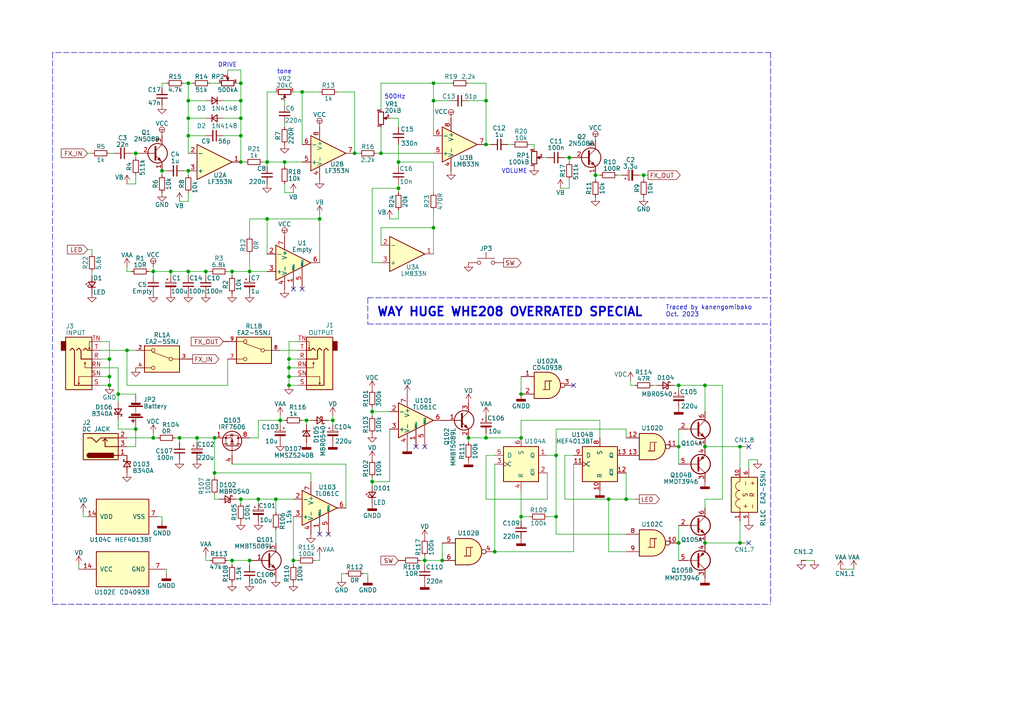
<source format=kicad_sch>
(kicad_sch (version 20230121) (generator eeschema)
  (paper "A4")
  (junction (at 77.47 63.5))
  (junction (at 67.31 162.56))
  (junction (at 151.13 127))
  (junction (at 214.63 157.48))
  (junction (at 204.47 111.76))
  (junction (at 135.89 127))
  (junction (at 72.39 78.74))
  (junction (at 96.52 121.92))
  (junction (at 87.63 26.67))
  (junction (at 107.95 139.7))
  (junction (at 88.9 121.92))
  (junction (at 140.97 127))
  (junction (at 181.61 144.78))
  (junction (at 140.97 29.21))
  (junction (at 83.82 104.14))
  (junction (at 54.61 78.74))
  (junction (at 80.01 144.78))
  (junction (at 44.45 78.74))
  (junction (at 186.69 50.8))
  (junction (at 161.29 132.08))
  (junction (at 74.93 144.78))
  (junction (at 31.75 109.22))
  (junction (at 69.85 39.37))
  (junction (at 62.23 137.16))
  (junction (at 54.61 39.37))
  (junction (at 125.73 66.04))
  (junction (at 36.83 101.6))
  (junction (at 46.99 49.53))
  (junction (at 151.13 149.86))
  (junction (at 72.39 162.56))
  (junction (at 161.29 149.86))
  (junction (at 196.85 129.54))
  (junction (at 54.61 49.53))
  (junction (at 115.57 46.99))
  (junction (at 69.85 46.99))
  (junction (at 214.63 129.54))
  (junction (at 54.61 34.29))
  (junction (at 54.61 29.21))
  (junction (at 92.71 63.5))
  (junction (at 77.47 46.99))
  (junction (at 110.49 44.45))
  (junction (at 34.29 114.3))
  (junction (at 81.28 121.92))
  (junction (at 82.55 46.99))
  (junction (at 62.23 127))
  (junction (at 125.73 24.13))
  (junction (at 39.37 44.45))
  (junction (at 31.75 104.14))
  (junction (at 69.85 144.78))
  (junction (at 31.75 111.76))
  (junction (at 107.95 119.38))
  (junction (at 115.57 54.61))
  (junction (at 67.31 78.74))
  (junction (at 44.45 127))
  (junction (at 143.51 160.02))
  (junction (at 57.15 127))
  (junction (at 83.82 109.22))
  (junction (at 165.1 45.72))
  (junction (at 85.09 162.56))
  (junction (at 49.53 78.74))
  (junction (at 69.85 34.29))
  (junction (at 176.53 144.78))
  (junction (at 125.73 29.21))
  (junction (at 140.97 41.91))
  (junction (at 69.85 24.13))
  (junction (at 39.37 124.46))
  (junction (at 54.61 24.13))
  (junction (at 102.87 44.45))
  (junction (at 123.19 162.56))
  (junction (at 69.85 29.21))
  (junction (at 128.27 162.56))
  (junction (at 52.07 127))
  (junction (at 172.72 50.8))
  (junction (at 83.82 111.76))
  (junction (at 204.47 129.54))
  (junction (at 204.47 157.48))
  (junction (at 196.85 111.76))
  (junction (at 196.85 157.48))
  (junction (at 83.82 106.68))
  (junction (at 59.69 78.74))
  (junction (at 151.13 114.3))
  (no_connect (at 92.71 154.94))
  (no_connect (at 123.19 129.54))
  (no_connect (at 87.63 83.82))
  (no_connect (at 85.09 83.82))
  (no_connect (at 120.65 129.54))
  (no_connect (at 95.25 154.94))
  (no_connect (at 217.17 129.54))
  (no_connect (at 217.17 157.48))
  (no_connect (at 166.37 111.76))
  (wire (pts (xy 176.53 160.02) (xy 176.53 144.78)))
  (wire (pts (xy 62.23 127) (xy 62.23 137.16)))
  (wire (pts (xy 85.09 162.56) (xy 85.09 149.86)))
  (wire (pts (xy 54.61 44.45) (xy 54.61 39.37)))
  (wire (pts (xy 74.93 144.78) (xy 74.93 146.05)))
  (wire (pts (xy 72.39 63.5) (xy 77.47 63.5)))
  (wire (pts (xy 48.26 24.13) (xy 46.99 24.13)))
  (wire (pts (xy 181.61 124.46) (xy 181.61 127)))
  (wire (pts (xy 163.83 45.72) (xy 165.1 45.72)))
  (wire (pts (xy 123.19 162.56) (xy 128.27 162.56)))
  (wire (pts (xy 69.85 46.99) (xy 69.85 39.37)))
  (wire (pts (xy 140.97 24.13) (xy 140.97 29.21)))
  (wire (pts (xy 107.95 120.65) (xy 107.95 119.38)))
  (wire (pts (xy 110.49 24.13) (xy 125.73 24.13)))
  (wire (pts (xy 46.99 24.13) (xy 46.99 25.4)))
  (wire (pts (xy 69.85 46.99) (xy 71.12 46.99)))
  (wire (pts (xy 77.47 73.66) (xy 77.47 63.5)))
  (wire (pts (xy 217.17 135.89) (xy 217.17 133.35)))
  (wire (pts (xy 247.65 165.1) (xy 245.11 165.1)))
  (wire (pts (xy 217.17 133.35) (xy 219.71 133.35)))
  (wire (pts (xy 81.28 121.92) (xy 81.28 120.65)))
  (wire (pts (xy 33.02 44.45) (xy 31.75 44.45)))
  (wire (pts (xy 29.21 106.68) (xy 34.29 106.68)))
  (wire (pts (xy 81.28 101.6) (xy 86.36 101.6)))
  (wire (pts (xy 90.17 137.16) (xy 90.17 139.7)))
  (wire (pts (xy 236.22 162.56) (xy 233.68 162.56)))
  (wire (pts (xy 72.39 162.56) (xy 72.39 163.83)))
  (wire (pts (xy 92.71 76.2) (xy 92.71 63.5)))
  (wire (pts (xy 57.15 127) (xy 57.15 128.27)))
  (wire (pts (xy 36.83 127) (xy 44.45 127)))
  (wire (pts (xy 166.37 134.62) (xy 166.37 160.02)))
  (wire (pts (xy 44.45 127) (xy 44.45 125.73)))
  (wire (pts (xy 143.51 134.62) (xy 143.51 160.02)))
  (wire (pts (xy 110.49 36.83) (xy 110.49 44.45)))
  (wire (pts (xy 107.95 54.61) (xy 115.57 54.61)))
  (wire (pts (xy 158.75 144.78) (xy 140.97 144.78)))
  (wire (pts (xy 82.55 46.99) (xy 82.55 48.26)))
  (wire (pts (xy 161.29 154.94) (xy 181.61 154.94)))
  (wire (pts (xy 115.57 60.96) (xy 115.57 63.5)))
  (wire (pts (xy 182.88 111.76) (xy 182.88 110.49)))
  (wire (pts (xy 102.87 44.45) (xy 104.14 44.45)))
  (wire (pts (xy 31.75 109.22) (xy 31.75 111.76)))
  (wire (pts (xy 135.89 127) (xy 135.89 128.27)))
  (wire (pts (xy 34.29 124.46) (xy 39.37 124.46)))
  (wire (pts (xy 82.55 29.21) (xy 82.55 30.48)))
  (wire (pts (xy 54.61 29.21) (xy 59.69 29.21)))
  (wire (pts (xy 36.83 53.34) (xy 39.37 53.34)))
  (wire (pts (xy 57.15 127) (xy 52.07 127)))
  (wire (pts (xy 125.73 44.45) (xy 110.49 44.45)))
  (wire (pts (xy 217.17 157.48) (xy 215.9 157.48)))
  (wire (pts (xy 50.8 127) (xy 52.07 127)))
  (wire (pts (xy 39.37 50.8) (xy 39.37 53.34)))
  (wire (pts (xy 72.39 162.56) (xy 67.31 162.56)))
  (wire (pts (xy 24.13 149.86) (xy 25.4 149.86)))
  (wire (pts (xy 66.04 20.32) (xy 69.85 20.32)))
  (wire (pts (xy 186.69 50.8) (xy 186.69 52.07)))
  (wire (pts (xy 161.29 132.08) (xy 158.75 132.08)))
  (wire (pts (xy 44.45 77.47) (xy 44.45 78.74)))
  (wire (pts (xy 109.22 44.45) (xy 110.49 44.45)))
  (wire (pts (xy 66.04 21.59) (xy 66.04 20.32)))
  (wire (pts (xy 107.95 118.11) (xy 107.95 119.38)))
  (polyline (pts (xy 223.52 15.24) (xy 15.24 15.24)) (stroke (width 0) (type dash)))
  (wire (pts (xy 52.07 127) (xy 52.07 128.27)))
  (wire (pts (xy 53.34 49.53) (xy 54.61 49.53)))
  (wire (pts (xy 83.82 104.14) (xy 83.82 106.68)))
  (wire (pts (xy 163.83 132.08) (xy 163.83 144.78)))
  (wire (pts (xy 44.45 127) (xy 45.72 127)))
  (wire (pts (xy 123.19 163.83) (xy 123.19 162.56)))
  (wire (pts (xy 36.83 111.76) (xy 66.04 111.76)))
  (wire (pts (xy 74.93 127) (xy 74.93 121.92)))
  (wire (pts (xy 77.47 46.99) (xy 77.47 48.26)))
  (wire (pts (xy 62.23 137.16) (xy 90.17 137.16)))
  (wire (pts (xy 151.13 149.86) (xy 153.67 149.86)))
  (wire (pts (xy 99.06 166.37) (xy 100.33 166.37)))
  (polyline (pts (xy 106.68 93.98) (xy 223.52 93.98)) (stroke (width 0) (type dash)))
  (wire (pts (xy 39.37 124.46) (xy 39.37 129.54)))
  (wire (pts (xy 151.13 121.92) (xy 173.99 121.92)))
  (wire (pts (xy 195.58 111.76) (xy 196.85 111.76)))
  (wire (pts (xy 24.13 148.59) (xy 24.13 149.86)))
  (wire (pts (xy 161.29 132.08) (xy 161.29 149.86)))
  (wire (pts (xy 68.58 144.78) (xy 69.85 144.78)))
  (wire (pts (xy 69.85 144.78) (xy 74.93 144.78)))
  (wire (pts (xy 29.21 99.06) (xy 31.75 99.06)))
  (wire (pts (xy 76.2 46.99) (xy 77.47 46.99)))
  (wire (pts (xy 106.68 166.37) (xy 106.68 167.64)))
  (wire (pts (xy 115.57 41.91) (xy 115.57 46.99)))
  (wire (pts (xy 154.94 41.91) (xy 154.94 43.18)))
  (wire (pts (xy 113.03 139.7) (xy 107.95 139.7)))
  (wire (pts (xy 80.01 144.78) (xy 85.09 144.78)))
  (wire (pts (xy 83.82 111.76) (xy 86.36 111.76)))
  (polyline (pts (xy 223.52 15.24) (xy 223.52 175.26)) (stroke (width 0) (type dash)))
  (wire (pts (xy 204.47 129.54) (xy 214.63 129.54)))
  (wire (pts (xy 59.69 162.56) (xy 60.96 162.56)))
  (wire (pts (xy 92.71 62.23) (xy 92.71 63.5)))
  (wire (pts (xy 140.97 127) (xy 135.89 127)))
  (wire (pts (xy 128.27 157.48) (xy 128.27 162.56)))
  (wire (pts (xy 121.92 162.56) (xy 123.19 162.56)))
  (wire (pts (xy 72.39 78.74) (xy 77.47 78.74)))
  (wire (pts (xy 110.49 71.12) (xy 110.49 66.04)))
  (wire (pts (xy 176.53 144.78) (xy 181.61 144.78)))
  (wire (pts (xy 77.47 46.99) (xy 82.55 46.99)))
  (wire (pts (xy 135.89 29.21) (xy 140.97 29.21)))
  (wire (pts (xy 140.97 41.91) (xy 142.24 41.91)))
  (wire (pts (xy 25.4 44.45) (xy 26.67 44.45)))
  (wire (pts (xy 204.47 157.48) (xy 214.63 157.48)))
  (wire (pts (xy 88.9 121.92) (xy 88.9 123.19)))
  (wire (pts (xy 196.85 157.48) (xy 196.85 162.56)))
  (wire (pts (xy 143.51 160.02) (xy 166.37 160.02)))
  (wire (pts (xy 85.09 26.67) (xy 87.63 26.67)))
  (wire (pts (xy 172.72 50.8) (xy 172.72 52.07)))
  (wire (pts (xy 153.67 41.91) (xy 154.94 41.91)))
  (wire (pts (xy 46.99 49.53) (xy 48.26 49.53)))
  (wire (pts (xy 44.45 80.01) (xy 44.45 78.74)))
  (wire (pts (xy 87.63 26.67) (xy 87.63 41.91)))
  (wire (pts (xy 77.47 26.67) (xy 77.47 46.99)))
  (wire (pts (xy 110.49 66.04) (xy 125.73 66.04)))
  (wire (pts (xy 80.01 26.67) (xy 77.47 26.67)))
  (wire (pts (xy 69.85 29.21) (xy 69.85 34.29)))
  (wire (pts (xy 123.19 161.29) (xy 123.19 162.56)))
  (wire (pts (xy 90.17 121.92) (xy 88.9 121.92)))
  (wire (pts (xy 96.52 123.19) (xy 96.52 121.92)))
  (wire (pts (xy 140.97 132.08) (xy 143.51 132.08)))
  (wire (pts (xy 64.77 29.21) (xy 69.85 29.21)))
  (wire (pts (xy 29.21 104.14) (xy 31.75 104.14)))
  (wire (pts (xy 67.31 78.74) (xy 72.39 78.74)))
  (wire (pts (xy 54.61 24.13) (xy 55.88 24.13)))
  (wire (pts (xy 54.61 49.53) (xy 54.61 50.8)))
  (wire (pts (xy 82.55 53.34) (xy 82.55 55.88)))
  (wire (pts (xy 80.01 148.59) (xy 80.01 144.78)))
  (wire (pts (xy 125.73 46.99) (xy 125.73 55.88)))
  (wire (pts (xy 115.57 53.34) (xy 115.57 54.61)))
  (wire (pts (xy 54.61 55.88) (xy 54.61 58.42)))
  (wire (pts (xy 46.99 49.53) (xy 46.99 50.8)))
  (wire (pts (xy 45.72 149.86) (xy 46.99 149.86)))
  (wire (pts (xy 69.85 39.37) (xy 69.85 34.29)))
  (wire (pts (xy 180.34 50.8) (xy 179.07 50.8)))
  (wire (pts (xy 39.37 44.45) (xy 38.1 44.45)))
  (wire (pts (xy 102.87 26.67) (xy 102.87 44.45)))
  (wire (pts (xy 161.29 124.46) (xy 161.29 132.08)))
  (wire (pts (xy 204.47 144.78) (xy 209.55 144.78)))
  (wire (pts (xy 204.47 111.76) (xy 204.47 119.38)))
  (wire (pts (xy 95.25 121.92) (xy 96.52 121.92)))
  (wire (pts (xy 31.75 104.14) (xy 31.75 109.22)))
  (wire (pts (xy 115.57 48.26) (xy 115.57 46.99)))
  (wire (pts (xy 34.29 121.92) (xy 34.29 124.46)))
  (wire (pts (xy 67.31 78.74) (xy 67.31 80.01)))
  (wire (pts (xy 72.39 80.01) (xy 72.39 78.74)))
  (wire (pts (xy 189.23 111.76) (xy 190.5 111.76)))
  (polyline (pts (xy 15.24 175.26) (xy 223.52 175.26)) (stroke (width 0) (type dash)))
  (wire (pts (xy 165.1 45.72) (xy 165.1 46.99)))
  (polyline (pts (xy 106.68 86.36) (xy 223.52 86.36)) (stroke (width 0) (type dash)))
  (wire (pts (xy 110.49 76.2) (xy 107.95 76.2)))
  (wire (pts (xy 62.23 144.78) (xy 63.5 144.78)))
  (wire (pts (xy 81.28 121.92) (xy 81.28 123.19)))
  (wire (pts (xy 22.86 163.83) (xy 22.86 165.1)))
  (wire (pts (xy 166.37 132.08) (xy 163.83 132.08)))
  (wire (pts (xy 59.69 161.29) (xy 59.69 162.56)))
  (polyline (pts (xy 106.68 86.36) (xy 106.68 93.98)) (stroke (width 0) (type dash)))
  (wire (pts (xy 97.79 26.67) (xy 102.87 26.67)))
  (wire (pts (xy 148.59 41.91) (xy 147.32 41.91)))
  (wire (pts (xy 209.55 111.76) (xy 204.47 111.76)))
  (wire (pts (xy 64.77 39.37) (xy 69.85 39.37)))
  (wire (pts (xy 140.97 29.21) (xy 140.97 41.91)))
  (wire (pts (xy 214.63 129.54) (xy 214.63 135.89)))
  (wire (pts (xy 67.31 162.56) (xy 67.31 163.83)))
  (wire (pts (xy 74.93 144.78) (xy 80.01 144.78)))
  (wire (pts (xy 196.85 129.54) (xy 196.85 134.62)))
  (wire (pts (xy 66.04 162.56) (xy 67.31 162.56)))
  (wire (pts (xy 54.61 34.29) (xy 59.69 34.29)))
  (wire (pts (xy 125.73 29.21) (xy 130.81 29.21)))
  (wire (pts (xy 105.41 166.37) (xy 106.68 166.37)))
  (wire (pts (xy 43.18 78.74) (xy 44.45 78.74)))
  (wire (pts (xy 86.36 99.06) (xy 83.82 99.06)))
  (wire (pts (xy 39.37 44.45) (xy 39.37 45.72)))
  (wire (pts (xy 77.47 63.5) (xy 92.71 63.5)))
  (wire (pts (xy 151.13 149.86) (xy 151.13 151.13)))
  (wire (pts (xy 29.21 109.22) (xy 31.75 109.22)))
  (wire (pts (xy 182.88 111.76) (xy 184.15 111.76)))
  (wire (pts (xy 125.73 29.21) (xy 125.73 39.37)))
  (wire (pts (xy 115.57 46.99) (xy 125.73 46.99)))
  (wire (pts (xy 54.61 39.37) (xy 59.69 39.37)))
  (wire (pts (xy 26.67 78.74) (xy 26.67 80.01)))
  (wire (pts (xy 57.15 127) (xy 62.23 127)))
  (wire (pts (xy 130.81 24.13) (xy 125.73 24.13)))
  (wire (pts (xy 196.85 152.4) (xy 196.85 157.48)))
  (wire (pts (xy 53.34 24.13) (xy 54.61 24.13)))
  (wire (pts (xy 49.53 78.74) (xy 49.53 80.01)))
  (wire (pts (xy 196.85 111.76) (xy 204.47 111.76)))
  (wire (pts (xy 217.17 129.54) (xy 215.9 129.54)))
  (wire (pts (xy 72.39 63.5) (xy 72.39 68.58)))
  (wire (pts (xy 86.36 162.56) (xy 85.09 162.56)))
  (wire (pts (xy 87.63 121.92) (xy 88.9 121.92)))
  (wire (pts (xy 92.71 161.29) (xy 92.71 162.56)))
  (wire (pts (xy 82.55 35.56) (xy 82.55 36.83)))
  (wire (pts (xy 83.82 104.14) (xy 86.36 104.14)))
  (wire (pts (xy 158.75 137.16) (xy 158.75 144.78)))
  (wire (pts (xy 107.95 138.43) (xy 107.95 139.7)))
  (wire (pts (xy 151.13 121.92) (xy 151.13 127)))
  (wire (pts (xy 91.44 162.56) (xy 92.71 162.56)))
  (wire (pts (xy 107.95 54.61) (xy 107.95 76.2)))
  (wire (pts (xy 26.67 72.39) (xy 26.67 73.66)))
  (wire (pts (xy 54.61 39.37) (xy 54.61 34.29)))
  (wire (pts (xy 165.1 54.61) (xy 165.1 52.07)))
  (wire (pts (xy 107.95 139.7) (xy 107.95 140.97)))
  (wire (pts (xy 36.83 129.54) (xy 39.37 129.54)))
  (wire (pts (xy 161.29 124.46) (xy 181.61 124.46)))
  (wire (pts (xy 196.85 111.76) (xy 196.85 113.03)))
  (wire (pts (xy 36.83 77.47) (xy 36.83 78.74)))
  (wire (pts (xy 81.28 121.92) (xy 82.55 121.92)))
  (wire (pts (xy 34.29 116.84) (xy 34.29 114.3)))
  (wire (pts (xy 60.96 24.13) (xy 63.5 24.13)))
  (wire (pts (xy 151.13 142.24) (xy 151.13 149.86)))
  (wire (pts (xy 72.39 73.66) (xy 72.39 78.74)))
  (wire (pts (xy 113.03 124.46) (xy 113.03 139.7)))
  (wire (pts (xy 31.75 111.76) (xy 29.21 111.76)))
  (wire (pts (xy 85.09 162.56) (xy 85.09 163.83)))
  (wire (pts (xy 181.61 144.78) (xy 181.61 137.16)))
  (wire (pts (xy 25.4 72.39) (xy 26.67 72.39)))
  (wire (pts (xy 125.73 60.96) (xy 125.73 66.04)))
  (wire (pts (xy 66.04 78.74) (xy 67.31 78.74)))
  (wire (pts (xy 62.23 143.51) (xy 62.23 144.78)))
  (wire (pts (xy 115.57 34.29) (xy 115.57 36.83)))
  (wire (pts (xy 36.83 101.6) (xy 36.83 111.76)))
  (wire (pts (xy 172.72 50.8) (xy 173.99 50.8)))
  (wire (pts (xy 158.75 45.72) (xy 157.48 45.72)))
  (wire (pts (xy 74.93 121.92) (xy 81.28 121.92)))
  (wire (pts (xy 29.21 101.6) (xy 36.83 101.6)))
  (wire (pts (xy 69.85 146.05) (xy 69.85 144.78)))
  (wire (pts (xy 113.03 63.5) (xy 115.57 63.5)))
  (wire (pts (xy 110.49 24.13) (xy 110.49 31.75)))
  (wire (pts (xy 125.73 29.21) (xy 125.73 24.13)))
  (wire (pts (xy 46.99 149.86) (xy 46.99 151.13)))
  (wire (pts (xy 115.57 54.61) (xy 115.57 55.88)))
  (wire (pts (xy 83.82 106.68) (xy 86.36 106.68)))
  (wire (pts (xy 59.69 78.74) (xy 60.96 78.74)))
  (wire (pts (xy 52.07 58.42) (xy 54.61 58.42)))
  (wire (pts (xy 54.61 80.01) (xy 54.61 78.74)))
  (polyline (pts (xy 15.24 15.24) (xy 15.24 175.26)) (stroke (width 0) (type dash)))
  (wire (pts (xy 34.29 106.68) (xy 34.29 114.3)))
  (wire (pts (xy 181.61 160.02) (xy 176.53 160.02)))
  (wire (pts (xy 115.57 34.29) (xy 113.03 34.29)))
  (wire (pts (xy 161.29 149.86) (xy 161.29 154.94)))
  (wire (pts (xy 54.61 29.21) (xy 54.61 24.13)))
  (wire (pts (xy 161.29 149.86) (xy 158.75 149.86)))
  (wire (pts (xy 67.31 134.62) (xy 100.33 134.62)))
  (wire (pts (xy 34.29 114.3) (xy 39.37 114.3)))
  (wire (pts (xy 100.33 134.62) (xy 100.33 147.32)))
  (wire (pts (xy 83.82 109.22) (xy 83.82 111.76)))
  (wire (pts (xy 85.09 55.88) (xy 82.55 55.88)))
  (wire (pts (xy 48.26 165.1) (xy 48.26 166.37)))
  (wire (pts (xy 140.97 125.73) (xy 140.97 127)))
  (wire (pts (xy 31.75 99.06) (xy 31.75 104.14)))
  (wire (pts (xy 68.58 24.13) (xy 69.85 24.13)))
  (wire (pts (xy 214.63 151.13) (xy 214.63 157.48)))
  (wire (pts (xy 196.85 124.46) (xy 196.85 129.54)))
  (wire (pts (xy 186.69 50.8) (xy 187.96 50.8)))
  (wire (pts (xy 49.53 78.74) (xy 54.61 78.74)))
  (wire (pts (xy 69.85 24.13) (xy 69.85 29.21)))
  (wire (pts (xy 64.77 34.29) (xy 69.85 34.29)))
  (wire (pts (xy 181.61 144.78) (xy 184.15 144.78)))
  (wire (pts (xy 59.69 78.74) (xy 59.69 80.01)))
  (wire (pts (xy 66.04 111.76) (xy 66.04 104.14)))
  (wire (pts (xy 80.01 153.67) (xy 80.01 157.48)))
  (wire (pts (xy 107.95 119.38) (xy 113.03 119.38)))
  (wire (pts (xy 151.13 109.22) (xy 151.13 114.3)))
  (wire (pts (xy 54.61 78.74) (xy 59.69 78.74)))
  (wire (pts (xy 209.55 144.78) (xy 209.55 111.76)))
  (wire (pts (xy 140.97 127) (xy 151.13 127)))
  (wire (pts (xy 125.73 66.04) (xy 125.73 73.66)))
  (wire (pts (xy 135.89 24.13) (xy 140.97 24.13)))
  (wire (pts (xy 140.97 144.78) (xy 140.97 132.08)))
  (wire (pts (xy 82.55 46.99) (xy 87.63 46.99)))
  (wire (pts (xy 69.85 20.32) (xy 69.85 24.13)))
  (wire (pts (xy 72.39 127) (xy 74.93 127)))
  (wire (pts (xy 36.83 78.74) (xy 38.1 78.74)))
  (wire (pts (xy 162.56 54.61) (xy 165.1 54.61)))
  (wire (pts (xy 204.47 144.78) (xy 204.47 147.32)))
  (wire (pts (xy 92.71 26.67) (xy 87.63 26.67)))
  (wire (pts (xy 62.23 137.16) (xy 62.23 138.43)))
  (wire (pts (xy 36.83 101.6) (xy 39.37 101.6)))
  (wire (pts (xy 44.45 78.74) (xy 49.53 78.74)))
  (wire (pts (xy 83.82 106.68) (xy 83.82 109.22)))
  (wire (pts (xy 83.82 99.06) (xy 83.82 104.14)))
  (wire (pts (xy 173.99 121.92) (xy 173.99 127)))
  (wire (pts (xy 54.61 34.29) (xy 54.61 29.21)))
  (wire (pts (xy 185.42 50.8) (xy 186.69 50.8)))
  (wire (pts (xy 83.82 109.22) (xy 86.36 109.22)))
  (wire (pts (xy 163.83 144.78) (xy 176.53 144.78)))
  (wire (pts (xy 99.06 166.37) (xy 99.06 167.64)))
  (wire (pts (xy 96.52 120.65) (xy 96.52 121.92)))
  (text "WAY HUGE WHE208 OVERRATED SPECIAL" (at 109.22 92.075 0) (effects (font (size 2.54 2.54) (thickness 0.508) bold) (justify left bottom)))
  (text "DRIVE" (at 63.1825 19.685 0) (effects (font (size 1.27 1.27)) (justify left bottom)))
  (text "tone" (at 80.3275 21.59 0) (effects (font (size 1.27 1.27)) (justify left bottom)))
  (text "500Hz" (at 111.4425 28.8925 0) (effects (font (size 1.27 1.27)) (justify left bottom)))
  (text "Traced by kanengomibako\nOct. 2023" (at 193.04 92.075 0) (effects (font (size 1.27 1.27)) (justify left bottom)))
  (text "VOLUME" (at 145.415 50.4825 0) (effects (font (size 1.27 1.27)) (justify left bottom)))
  (global_label "FX_OUT" (shape input) (at 64.77 99.06 180) (property "Intersheetrefs" "${INTERSHEET_REFS}" (effects hide)))
  (global_label "FX_IN" (shape input) (at 25.4 44.45 180) (property "Intersheetrefs" "${INTERSHEET_REFS}" (effects hide)))
  (global_label "FX_OUT" (shape output) (at 187.96 50.8 0) (property "Intersheetrefs" "${INTERSHEET_REFS}" (effects hide)))
  (global_label "LED" (shape input) (at 25.4 72.39 180) (property "Intersheetrefs" "${INTERSHEET_REFS}" (effects hide)))
  (global_label "FX_IN" (shape output) (at 55.88 104.14 0) (property "Intersheetrefs" "${INTERSHEET_REFS}" (effects hide)))
  (global_label "SW" (shape output) (at 146.05 76.2 0) (property "Intersheetrefs" "${INTERSHEET_REFS}" (effects hide)))
  (global_label "LED" (shape output) (at 185.42 144.78 0) (property "Intersheetrefs" "${INTERSHEET_REFS}" (effects hide)))
  (global_label "SW" (shape input) (at 115.57 162.56 180) (property "Intersheetrefs" "${INTERSHEET_REFS}" (effects hide)))
  (symbol (lib_id "4xxx:4013") (at 173.99 134.62 0) (unit 2)
    (property "Reference" "U104" (at 165.735 126.0475 0) (effects (justify left)))
    (property "Value" "HEF4013BT" (at 161.29 127.9525 0) (effects (justify left)))
    (property "Footprint" "Package_SO:SO-14_3.9x8.65mm_P1.27mm" (effects hide))
  )
  (symbol (lib_id "power:GNDD") (at 107.95 146.05 0) (unit 1)
    (property "Reference" "#PWR053" (effects hide))
    (property "Value" "GNDD" (at 107.95 149.5425 0))
  )
  (symbol (lib_id "Device:C_Small") (at 161.29 45.72 90) (unit 1)
    (property "Reference" "C11" (at 161.29 40.9575 90))
    (property "Value" "100n" (at 161.29 42.8625 90))
    (property "Footprint" "Capacitor_THT:C_Rect_L7.0mm_W2.5mm_P5.00mm" (effects hide))
  )
  (symbol (lib_id "Device:R_Small") (at 106.68 44.45 270) (unit 1)
    (property "Reference" "R16" (at 106.68 42.545 90))
    (property "Value" "2.2k" (at 106.68 46.355 90))
    (property "Footprint" "Resistor_THT:R_Axial_DIN0207_L6.3mm_D2.5mm_P10.16mm_Horizontal" (effects hide))
  )
  (symbol (lib_id "4xxx:HEF4093B") (at 189.23 157.48 0) (unit 3)
    (property "Reference" "U102" (at 189.23 152.0825 0))
    (property "Value" "CD4093B" (effects hide))
    (property "Footprint" "Package_SO:SO-14_3.9x8.65mm_P1.27mm" (effects hide))
  )
  (symbol (lib_id "Device:D_Schottky_Small") (at 34.29 119.38 270) (mirror x) (unit 1)
    (property "Reference" "D106" (at 32.7025 118.11 90) (effects (justify right)))
    (property "Value" "B340A" (at 32.7025 120.015 90) (effects (justify right)))
    (property "Footprint" "Diode_SMD:D_SMA" (effects hide))
    (property "Datasheet" "B340A" (effects hide))
    (property "Sim.Device" "D" (effects hide))
    (property "Sim.Pins" "1=K 2=A" (effects hide))
  )
  (symbol (lib_id "Device:R_Small") (at 135.89 130.81 180) (unit 1)
    (property "Reference" "R111" (at 133.985 130.81 90))
    (property "Value" "100k" (at 137.795 130.81 90))
    (property "Footprint" "myFoot:RC_0805_2012Metric_mxr" (effects hide))
  )
  (symbol (lib_id "myLib:VCC") (at 130.81 34.29 0) (unit 1)
    (property "Reference" "#PWR074" (effects hide))
    (property "Value" "VCC" (at 127.9525 32.385 0))
  )
  (symbol (lib_id "Device:C_Small") (at 52.07 130.81 0) (mirror y) (unit 1)
    (property "Reference" "C107" (at 47.625 130.81 0))
    (property "Value" "100n" (at 47.9425 132.715 0))
    (property "Footprint" "myFoot:RC_0805_2012Metric_mxr" (effects hide))
  )
  (symbol (lib_id "power:GND") (at 107.95 125.73 0) (unit 1)
    (property "Reference" "#PWR014" (effects hide))
    (property "Value" "GND" (effects hide))
  )
  (symbol (lib_id "Device:R_Potentiometer_Small") (at 66.04 24.13 90) (unit 1)
    (property "Reference" "RP2" (at 63.1825 22.225 90))
    (property "Value" "500kA" (at 66.04 26.035 90))
    (property "Footprint" "Connector_PinHeader_2.54mm:PinHeader_1x03_P2.54mm_Vertical" (effects hide))
  )
  (symbol (lib_id "Device:R_Small") (at 133.35 24.13 270) (unit 1)
    (property "Reference" "R19" (at 130.81 22.225 90))
    (property "Value" "2.2k" (at 135.89 22.225 90))
    (property "Footprint" "Resistor_THT:R_Axial_DIN0207_L6.3mm_D2.5mm_P10.16mm_Horizontal" (effects hide))
  )
  (symbol (lib_id "power:GNDD") (at 204.47 167.64 0) (unit 1)
    (property "Reference" "#PWR042" (effects hide))
    (property "Value" "GNDD" (effects hide))
  )
  (symbol (lib_id "Device:C_Small") (at 77.47 50.8 0) (unit 1)
    (property "Reference" "C8" (at 75.8825 48.895 0))
    (property "Value" "220n" (at 74.6125 52.705 0))
    (property "Footprint" "Capacitor_THT:C_Rect_L7.0mm_W2.5mm_P5.00mm" (effects hide))
  )
  (symbol (lib_id "Amplifier_Operational:TL061") (at 85.09 76.2 0) (unit 1)
    (property "Reference" "U1" (at 87.63 70.485 0))
    (property "Value" "Empty" (at 87.63 72.39 0))
    (property "Footprint" "Package_DIP:DIP-8_W7.62mm" (effects hide))
  )
  (symbol (lib_id "power:GNDD") (at 196.85 118.11 0) (unit 1)
    (property "Reference" "#PWR038" (effects hide))
    (property "Value" "GNDD" (effects hide))
  )
  (symbol (lib_id "power:GND") (at 69.85 151.13 0) (unit 1)
    (property "Reference" "#PWR07" (effects hide))
    (property "Value" "GND" (effects hide))
  )
  (symbol (lib_id "Device:R_Small") (at 62.23 140.97 180) (unit 1)
    (property "Reference" "R107" (at 58.42 140.97 90))
    (property "Value" "100k" (at 60.325 140.97 90))
    (property "Footprint" "myFoot:RC_0805_2012Metric_mxr" (effects hide))
  )
  (symbol (lib_id "4xxx:HEF4093B") (at 158.75 111.76 0) (unit 1)
    (property "Reference" "U102" (at 158.75 104.775 0))
    (property "Value" "CD4093B" (at 158.75 106.68 0))
    (property "Footprint" "Package_SO:SO-14_3.9x8.65mm_P1.27mm" (effects hide))
  )
  (symbol (lib_id "Amplifier_Operational:TL072") (at 62.23 46.99 0) (mirror x) (unit 1)
    (property "Reference" "U2" (at 63.8175 50.8 0))
    (property "Value" "LF353N" (at 63.8175 52.705 0))
    (property "Footprint" "Package_DIP:DIP-8_W7.62mm" (effects hide))
  )
  (symbol (lib_id "power:GND") (at 74.93 151.13 0) (unit 1)
    (property "Reference" "#PWR08" (effects hide))
    (property "Value" "GND" (effects hide))
  )
  (symbol (lib_id "power:GND") (at 135.89 76.2 0) (unit 1)
    (property "Reference" "#PWR089" (effects hide))
    (property "Value" "GND" (effects hide))
  )
  (symbol (lib_id "power:GND") (at 72.39 168.91 0) (unit 1)
    (property "Reference" "#PWR012" (effects hide))
    (property "Value" "GND" (effects hide))
  )
  (symbol (lib_id "Device:C_Polarized_Small") (at 81.28 125.73 0) (mirror y) (unit 1)
    (property "Reference" "C103" (at 80.9625 123.825 0) (effects (justify left)))
    (property "Value" "10u" (at 80.645 127.9525 0) (effects (justify left)))
    (property "Footprint" "Capacitor_THT:CP_Radial_D6.3mm_P2.50mm" (effects hide))
  )
  (symbol (lib_id "Device:R_Small") (at 69.85 148.59 180) (unit 1)
    (property "Reference" "R105" (at 67.945 148.59 90))
    (property "Value" "100k" (at 71.755 148.59 90))
    (property "Footprint" "myFoot:RC_0805_2012Metric_mxr" (effects hide))
  )
  (symbol (lib_id "Device:R_Small") (at 102.87 166.37 270) (unit 1)
    (property "Reference" "R112" (at 102.87 164.465 90))
    (property "Value" "0R" (at 102.87 168.275 90))
    (property "Footprint" "myFoot:RC_0805_2012Metric_mxr" (effects hide))
  )
  (symbol (lib_id "power:GND") (at 92.71 52.07 0) (unit 1)
    (property "Reference" "#PWR086" (effects hide))
    (property "Value" "GND" (effects hide))
  )
  (symbol (lib_id "myLib:VCC") (at 92.71 36.83 0) (unit 1)
    (property "Reference" "#PWR073" (effects hide))
    (property "Value" "VCC" (at 92.71 33.274 0))
  )
  (symbol (lib_id "power:GNDD") (at 106.68 167.64 0) (unit 1)
    (property "Reference" "#PWR037" (effects hide))
    (property "Value" "GNDD" (at 106.68 171.1325 0))
  )
  (symbol (lib_id "Device:C_Small") (at 62.23 39.37 270) (unit 1)
    (property "Reference" "C9" (at 59.69 40.9575 90))
    (property "Value" "56p" (at 65.0875 40.9575 90))
    (property "Footprint" "Capacitor_THT:C_Rect_L7.0mm_W2.5mm_P5.00mm" (effects hide))
  )
  (symbol (lib_id "power:GNDD") (at 151.13 114.3 0) (unit 1)
    (property "Reference" "#PWR052" (effects hide))
    (property "Value" "GNDD" (at 151.13 117.7925 0))
  )
  (symbol (lib_id "Device:C_Small") (at 123.19 166.37 0) (unit 1)
    (property "Reference" "C110" (at 126.0475 164.465 0))
    (property "Value" "220n" (at 126.0475 168.5925 0))
    (property "Footprint" "myFoot:RC_0805_2012Metric_mxr" (effects hide))
  )
  (symbol (lib_id "Device:LED_Small") (at 107.95 143.51 90) (unit 1)
    (property "Reference" "D101" (at 108.2675 141.605 90) (effects (justify right)))
    (property "Value" "LED" (at 108.2675 145.7325 90) (effects (justify right)))
    (property "Footprint" "Diode_SMD:D_SOD-123" (effects hide))
  )
  (symbol (lib_id "power:GND") (at 77.47 53.34 0) (unit 1)
    (property "Reference" "#PWR062" (effects hide))
    (property "Value" "GND" (effects hide))
  )
  (symbol (lib_id "Device:R_Small") (at 40.64 78.74 270) (unit 1)
    (property "Reference" "R1" (at 40.64 74.93 90))
    (property "Value" "10R" (at 40.64 76.835 90))
    (property "Footprint" "Resistor_THT:R_Axial_DIN0207_L6.3mm_D2.5mm_P10.16mm_Horizontal" (effects hide))
  )
  (symbol (lib_id "Device:R_Small") (at 73.66 46.99 90) (mirror x) (unit 1)
    (property "Reference" "R21" (at 73.66 43.18 90))
    (property "Value" "1k" (at 73.66 45.085 90))
    (property "Footprint" "Resistor_THT:R_Axial_DIN0207_L6.3mm_D2.5mm_P10.16mm_Horizontal" (effects hide))
  )
  (symbol (lib_id "Device:C_Small") (at 115.57 50.8 0) (unit 1)
    (property "Reference" "C16" (at 117.7925 48.895 0))
    (property "Value" "10n" (at 117.7925 52.705 0))
    (property "Footprint" "Capacitor_THT:C_Rect_L7.0mm_W2.5mm_P5.00mm" (effects hide))
  )
  (symbol (lib_id "Device:R_Small") (at 67.31 166.37 180) (unit 1)
    (property "Reference" "R108" (at 65.405 166.37 90))
    (property "Value" "1.5k" (at 69.215 166.37 90))
    (property "Footprint" "myFoot:RC_0805_2012Metric_mxr" (effects hide))
  )
  (symbol (lib_id "Device:LED_Small") (at 26.67 82.55 90) (unit 1)
    (property "Reference" "D1" (at 26.9875 80.645 90) (effects (justify right)))
    (property "Value" "LED" (at 26.9875 84.7725 90) (effects (justify right)))
    (property "Footprint" "LED_THT:LED_D5.0mm" (effects hide))
  )
  (symbol (lib_id "myLib:VB") (at 113.03 63.5 0) (unit 1)
    (property "Reference" "#PWR085" (effects hide))
    (property "Value" "VB" (at 110.8075 61.595 0))
  )
  (symbol (lib_id "Device:R_Small") (at 63.5 78.74 90) (unit 1)
    (property "Reference" "R3" (at 63.5 74.93 90))
    (property "Value" "6.8k" (at 63.5 76.835 90))
    (property "Footprint" "Resistor_THT:R_Axial_DIN0207_L6.3mm_D2.5mm_P10.16mm_Horizontal" (effects hide))
  )
  (symbol (lib_id "Amplifier_Operational:TL072") (at 133.35 41.91 0) (mirror x) (unit 2)
    (property "Reference" "U3" (at 135.255 45.72 0))
    (property "Value" "LM833N" (at 135.255 47.625 0))
    (property "Footprint" "Package_DIP:DIP-8_W7.62mm" (effects hide))
  )
  (symbol (lib_id "Device:R_Small") (at 72.39 71.12 0) (unit 1)
    (property "Reference" "R12" (at 70.485 71.12 90))
    (property "Value" "0R" (at 74.295 71.12 90))
    (property "Footprint" "Resistor_THT:R_Axial_DIN0207_L6.3mm_D2.5mm_P10.16mm_Horizontal" (effects hide))
  )
  (symbol (lib_id "4xxx:4013") (at 35.56 149.86 90) (unit 3)
    (property "Reference" "U104" (at 32.385 156.5275 90) (effects (justify left)))
    (property "Value" "HEF4013BT" (at 44.1325 156.5275 90) (effects (justify left)))
    (property "Footprint" "Package_SO:SO-14_3.9x8.65mm_P1.27mm" (effects hide))
  )
  (symbol (lib_id "power:GND") (at 82.55 83.82 0) (unit 1)
    (property "Reference" "#PWR079" (effects hide))
    (property "Value" "GND" (effects hide))
  )
  (symbol (lib_id "power:GNDD") (at 151.13 156.21 0) (unit 1)
    (property "Reference" "#PWR051" (effects hide))
    (property "Value" "GNDD" (effects hide))
  )
  (symbol (lib_id "power:GND") (at 82.55 41.91 0) (unit 1)
    (property "Reference" "#PWR064" (effects hide))
    (property "Value" "GND" (effects hide))
  )
  (symbol (lib_id "power:VAA") (at 36.83 77.47 0) (unit 1)
    (property "Reference" "#PWR018" (effects hide))
    (property "Value" "VAA" (at 36.83 73.9775 0))
  )
  (symbol (lib_id "myLib:my_conn_line") (at 55.88 104.14 0) (mirror y) (unit 1)
    (property "Reference" "CN1.5" (effects hide))
    (property "Value" "-" (effects hide))
    (property "Footprint" "myFoot:my_conn" (effects hide))
  )
  (symbol (lib_id "Device:R_Small") (at 165.1 49.53 180) (unit 1)
    (property "Reference" "R17" (at 163.195 49.53 90))
    (property "Value" "511k" (at 167.005 49.8475 90))
    (property "Footprint" "Resistor_THT:R_Axial_DIN0207_L6.3mm_D2.5mm_P10.16mm_Horizontal" (effects hide))
  )
  (symbol (lib_id "Device:R_Potentiometer_Small") (at 110.49 34.29 0) (mirror x) (unit 1)
    (property "Reference" "VR1" (at 113.665 30.1625 0))
    (property "Value" "20kB" (at 113.9825 32.0675 0))
    (property "Footprint" "Connector_PinHeader_2.54mm:PinHeader_1x03_P2.54mm_Vertical" (effects hide))
  )
  (symbol (lib_id "myLib:VCC") (at 172.72 40.64 0) (unit 1)
    (property "Reference" "#PWR071" (effects hide))
    (property "Value" "VCC" (at 172.72 37.084 0))
  )
  (symbol (lib_id "Device:R_Small") (at 125.73 58.42 180) (unit 1)
    (property "Reference" "R23" (at 123.825 58.42 90))
    (property "Value" "470R" (at 127.635 58.42 90))
    (property "Footprint" "Resistor_THT:R_Axial_DIN0207_L6.3mm_D2.5mm_P10.16mm_Horizontal" (effects hide))
  )
  (symbol (lib_id "Device:R_Small") (at 107.95 115.57 180) (unit 1)
    (property "Reference" "R101" (at 106.045 115.57 90))
    (property "Value" "300k" (at 109.855 115.57 90))
    (property "Footprint" "myFoot:RC_0805_2012Metric_mxr" (effects hide))
  )
  (symbol (lib_id "Device:R_Small") (at 58.42 24.13 270) (unit 1)
    (property "Reference" "R14" (at 58.42 22.225 90))
    (property "Value" "51k" (at 58.42 26.035 90))
    (property "Footprint" "Resistor_THT:R_Axial_DIN0207_L6.3mm_D2.5mm_P10.16mm_Horizontal" (effects hide))
  )
  (symbol (lib_id "Device:R_Small") (at 115.57 58.42 0) (unit 1)
    (property "Reference" "R24" (at 113.665 58.42 90))
    (property "Value" "20k" (at 117.475 58.42 90))
    (property "Footprint" "Resistor_THT:R_Axial_DIN0207_L6.3mm_D2.5mm_P10.16mm_Horizontal" (effects hide))
  )
  (symbol (lib_id "Device:R_Small") (at 39.37 48.26 0) (unit 1)
    (property "Reference" "R4" (at 37.465 48.26 90))
    (property "Value" "511k" (at 41.275 48.5775 90))
    (property "Footprint" "Resistor_THT:R_Axial_DIN0207_L6.3mm_D2.5mm_P10.16mm_Horizontal" (effects hide))
  )
  (symbol (lib_id "power:VD") (at 107.95 133.35 0) (unit 1)
    (property "Reference" "#PWR027" (effects hide))
    (property "Value" "VD" (at 107.95 129.8575 0))
  )
  (symbol (lib_id "myLib:EA2SeriesRelaySingle") (at 215.9 143.51 90) (unit 3)
    (property "Reference" "RL1" (at 221.2975 150.1775 0))
    (property "Value" "EA2-5SNJ" (at 221.2975 141.2875 0))
    (property "Footprint" "myFoot:EA2-5TNAG" (effects hide))
  )
  (symbol (lib_id "Device:R_Small") (at 50.8 24.13 270) (unit 1)
    (property "Reference" "R15" (at 50.8 22.225 90))
    (property "Value" "4.7k" (at 50.8 26.035 90))
    (property "Footprint" "Resistor_THT:R_Axial_DIN0207_L6.3mm_D2.5mm_P10.16mm_Horizontal" (effects hide))
  )
  (symbol (lib_id "Transistor_BJT:MMDT3946") (at 201.93 124.46 0) (unit 1)
    (property "Reference" "Q104" (at 197.485 128.5875 0) (effects (justify left)))
    (property "Value" "MMDT3946" (effects hide))
    (property "Footprint" "Package_TO_SOT_SMD:SOT-363_SC-70-6" (effects hide))
    (property "Datasheet" "K46" (effects hide))
  )
  (symbol (lib_id "Amplifier_Operational:TL072") (at 118.11 73.66 0) (mirror x) (unit 1)
    (property "Reference" "U3" (at 119.6975 77.47 0))
    (property "Value" "LM833N" (at 120.015 79.375 0))
    (property "Footprint" "Package_DIP:DIP-8_W7.62mm" (effects hide))
  )
  (symbol (lib_id "Device:D_Schottky_Small") (at 36.83 134.62 90) (mirror x) (unit 1)
    (property "Reference" "D103" (at 38.4175 134.62 90) (effects (justify right)))
    (property "Value" "B340A" (at 38.4175 136.525 90) (effects (justify right)))
    (property "Footprint" "Diode_SMD:D_SMA" (effects hide))
    (property "Datasheet" "B340A" (effects hide))
    (property "Sim.Device" "D" (effects hide))
    (property "Sim.Pins" "1=K 2=A" (effects hide))
  )
  (symbol (lib_id "Device:C_Small") (at 133.35 29.21 270) (unit 1)
    (property "Reference" "C13" (at 130.175 27.94 90))
    (property "Value" "51p" (at 136.525 27.94 90))
    (property "Footprint" "Capacitor_THT:C_Rect_L4.6mm_W2.0mm_P2.50mm_MKS02_FKP02" (effects hide))
  )
  (symbol (lib_id "Device:R_Small") (at 85.09 121.92 90) (mirror x) (unit 1)
    (property "Reference" "R116" (at 86.36 118.11 90))
    (property "Value" "1k" (at 85.09 120.015 90))
    (property "Footprint" "myFoot:RC_0805_2012Metric_mxr" (effects hide))
  )
  (symbol (lib_id "power:GNDD") (at 204.47 139.7 0) (unit 1)
    (property "Reference" "#PWR043" (effects hide))
    (property "Value" "GNDD" (effects hide))
  )
  (symbol (lib_id "Device:D_Small") (at 62.23 29.21 180) (unit 1)
    (property "Reference" "D3" (at 58.42 31.4325 0))
    (property "Value" "1N4148" (at 65.0875 31.4325 0))
    (property "Footprint" "Diode_THT:D_DO-34_SOD68_P10.16mm_Horizontal" (effects hide))
    (property "Sim.Device" "D" (effects hide))
    (property "Sim.Pins" "1=K 2=A" (effects hide))
  )
  (symbol (lib_id "Device:Q_NPN_BEC") (at 133.35 121.92 0) (unit 1)
    (property "Reference" "Q102" (at 129.54 129.2225 90) (effects (justify left)))
    (property "Value" "MMBT5089L" (at 131.445 135.255 90) (effects (justify left)))
    (property "Footprint" "myFoot:SOT-23_mxr" (effects hide))
    (property "Datasheet" "1R" (effects hide))
  )
  (symbol (lib_id "Device:R_Small") (at 82.55 39.37 0) (unit 1)
    (property "Reference" "R7" (at 80.645 39.37 90))
    (property "Value" "220R" (at 84.455 39.37 90))
    (property "Footprint" "Resistor_THT:R_Axial_DIN0207_L6.3mm_D2.5mm_P10.16mm_Horizontal" (effects hide))
  )
  (symbol (lib_id "Device:D_Small") (at 62.23 34.29 0) (unit 1)
    (property "Reference" "D2" (at 58.42 36.5125 0))
    (property "Value" "1N4148" (at 65.0875 36.5125 0))
    (property "Footprint" "Diode_THT:D_DO-34_SOD68_P10.16mm_Horizontal" (effects hide))
    (property "Sim.Device" "D" (effects hide))
    (property "Sim.Pins" "1=K 2=A" (effects hide))
  )
  (symbol (lib_id "power:VAA") (at 59.69 161.29 0) (unit 1)
    (property "Reference" "#PWR016" (effects hide))
    (property "Value" "VAA" (at 59.69 157.7975 0))
  )
  (symbol (lib_id "power:GND") (at 172.72 57.15 0) (unit 1)
    (property "Reference" "#PWR066" (effects hide))
    (property "Value" "GND" (effects hide))
  )
  (symbol (lib_id "power:GNDD") (at 48.26 166.37 0) (unit 1)
    (property "Reference" "#PWR049" (effects hide))
    (property "Value" "GNDD" (at 48.26 169.8625 0))
  )
  (symbol (lib_id "myLib:my_conn_line") (at 215.9 157.48 0) (mirror y) (unit 1)
    (property "Reference" "CN1.7" (at 215.9 159.385 0))
    (property "Value" "-" (effects hide))
    (property "Footprint" "myFoot:my_conn" (effects hide))
  )
  (symbol (lib_id "power:GND") (at 219.71 133.35 0) (mirror y) (unit 1)
    (property "Reference" "#PWR047" (effects hide))
    (property "Value" "GND" (effects hide))
  )
  (symbol (lib_id "power:GND") (at 67.31 85.09 0) (unit 1)
    (property "Reference" "#PWR076" (effects hide))
    (property "Value" "GND" (effects hide))
  )
  (symbol (lib_id "Device:C_Small") (at 59.69 82.55 180) (unit 1)
    (property "Reference" "C10" (at 61.9125 80.645 0))
    (property "Value" "100n" (at 62.23 84.455 0))
    (property "Footprint" "Capacitor_THT:C_Rect_L7.0mm_W2.5mm_P5.00mm" (effects hide))
  )
  (symbol (lib_id "Device:Q_NPN_BEC") (at 77.47 162.56 0) (unit 1)
    (property "Reference" "Q101" (at 74.295 156.5275 0) (effects (justify left)))
    (property "Value" "MMBT5089L" (at 67.945 158.4325 0) (effects (justify left)))
    (property "Footprint" "myFoot:SOT-23_mxr" (effects hide))
    (property "Datasheet" "1R" (effects hide))
  )
  (symbol (lib_id "Device:D_Schottky_Small") (at 66.04 144.78 0) (mirror y) (unit 1)
    (property "Reference" "D102" (at 66.04 140.6525 0))
    (property "Value" "MBR0540" (at 67.945 142.5575 0))
    (property "Footprint" "Diode_SMD:D_SOD-123" (effects hide))
    (property "Datasheet" "B4" (effects hide))
    (property "Sim.Device" "D" (effects hide))
    (property "Sim.Pins" "1=K 2=A" (effects hide))
  )
  (symbol (lib_id "power:VDC") (at 44.45 125.73 0) (unit 1)
    (property "Reference" "#PWR017" (effects hide))
    (property "Value" "VDC" (at 44.45 122.2375 0))
  )
  (symbol (lib_id "Device:C_Small") (at 115.57 39.37 180) (unit 1)
    (property "Reference" "C15" (at 118.11 37.465 0))
    (property "Value" "330n" (at 118.745 41.5925 0))
    (property "Footprint" "Capacitor_THT:C_Rect_L7.0mm_W2.5mm_P5.00mm" (effects hide))
  )
  (symbol (lib_id "Device:D_Schottky_Small") (at 193.04 111.76 0) (mirror y) (unit 1)
    (property "Reference" "D104" (at 190.5 109.5375 0) (effects (justify right)))
    (property "Value" "MBR0540" (at 186.055 114.3 0) (effects (justify right)))
    (property "Footprint" "Diode_SMD:D_SOD-123" (effects hide))
    (property "Datasheet" "B4" (effects hide))
    (property "Sim.Device" "D" (effects hide))
    (property "Sim.Pins" "1=K 2=A" (effects hide))
  )
  (symbol (lib_id "Transistor_BJT:MMDT3946") (at 201.93 134.62 0) (mirror x) (unit 2)
    (property "Reference" "Q104" (at 194.31 137.795 0) (effects (justify left)))
    (property "Value" "MMDT3946" (at 192.405 139.7 0) (effects (justify left)))
    (property "Footprint" "Package_TO_SOT_SMD:SOT-363_SC-70-6" (effects hide))
    (property "Datasheet" "K46" (effects hide))
  )
  (symbol (lib_id "4xxx:4013") (at 151.13 134.62 0) (unit 1)
    (property "Reference" "U104" (at 152.0825 127.9525 0) (effects (justify left)))
    (property "Value" "HEF4013BT" (effects hide))
    (property "Footprint" "Package_SO:SO-14_3.9x8.65mm_P1.27mm" (effects hide))
  )
  (symbol (lib_id "power:GND") (at 46.99 30.48 0) (unit 1)
    (property "Reference" "#PWR061" (effects hide))
    (property "Value" "GND" (effects hide))
  )
  (symbol (lib_id "Amplifier_Operational:TL072") (at 95.25 44.45 0) (unit 3)
    (property "Reference" "U2" (effects hide))
    (property "Value" "LF353N" (effects hide))
    (property "Footprint" "Package_DIP:DIP-8_W7.62mm" (effects hide))
  )
  (symbol (lib_id "Transistor_BJT:MMDT3946") (at 201.93 162.56 0) (mirror x) (unit 2)
    (property "Reference" "Q105" (at 194.6275 165.4175 0) (effects (justify left)))
    (property "Value" "MMDT3946" (at 192.7225 167.64 0) (effects (justify left)))
    (property "Footprint" "Package_TO_SOT_SMD:SOT-363_SC-70-6" (effects hide))
    (property "Datasheet" "K46" (effects hide))
  )
  (symbol (lib_id "Device:R_Small") (at 48.26 127 270) (unit 1)
    (property "Reference" "R104" (at 49.53 123.19 90))
    (property "Value" "0R" (at 48.26 125.095 90))
    (property "Footprint" "myFoot:RC_0805_2012Metric_mxr" (effects hide))
  )
  (symbol (lib_id "Device:R_Small") (at 176.53 50.8 90) (unit 1)
    (property "Reference" "R10" (at 176.8475 46.99 90))
    (property "Value" "100R" (at 177.4825 48.895 90))
    (property "Footprint" "Resistor_THT:R_Axial_DIN0207_L6.3mm_D2.5mm_P10.16mm_Horizontal" (effects hide))
  )
  (symbol (lib_id "Device:C_Small") (at 46.99 27.94 180) (unit 1)
    (property "Reference" "C17" (at 44.7675 26.035 0))
    (property "Value" "47n" (at 44.7675 29.845 0))
    (property "Footprint" "Capacitor_THT:C_Rect_L7.0mm_W2.5mm_P5.00mm" (effects hide))
  )
  (symbol (lib_id "myLib:my_conn_line") (at 185.42 144.78 0) (mirror y) (unit 1)
    (property "Reference" "CN1.3" (effects hide))
    (property "Value" "-" (effects hide))
    (property "Footprint" "myFoot:my_conn" (effects hide))
  )
  (symbol (lib_id "power:VAA") (at 92.71 161.29 0) (unit 1)
    (property "Reference" "#PWR029" (effects hide))
    (property "Value" "VAA" (at 95.25 159.385 0))
  )
  (symbol (lib_id "Device:C_Polarized_Small") (at 74.93 148.59 0) (unit 1)
    (property "Reference" "C101" (at 74.93 146.685 0) (effects (justify left)))
    (property "Value" "10u" (at 75.2475 150.8125 0) (effects (justify left)))
    (property "Footprint" "Capacitor_THT:CP_Radial_D6.3mm_P2.50mm" (effects hide))
  )
  (symbol (lib_id "Device:D_Schottky_Small") (at 92.71 121.92 180) (unit 1)
    (property "Reference" "D105" (at 91.7575 128.5875 90) (effects (justify right)))
    (property "Value" "MBR0540" (at 93.6625 132.3975 90) (effects (justify right)))
    (property "Footprint" "Diode_SMD:D_SOD-123" (effects hide))
    (property "Datasheet" "B4" (effects hide))
    (property "Sim.Device" "D" (effects hide))
    (property "Sim.Pins" "1=K 2=A" (effects hide))
  )
  (symbol (lib_id "Device:R_Potentiometer_Small") (at 154.94 45.72 0) (mirror x) (unit 1)
    (property "Reference" "RP1" (at 151.765 45.085 0))
    (property "Value" "100kB" (at 150.495 46.99 0))
    (property "Footprint" "Connector_PinHeader_2.54mm:PinHeader_1x03_P2.54mm_Vertical" (effects hide))
  )
  (symbol (lib_id "power:GND") (at 36.83 137.16 0) (unit 1)
    (property "Reference" "#PWR01" (effects hide))
    (property "Value" "GND" (effects hide))
  )
  (symbol (lib_id "myLib:EA2SeriesRelaySingle") (at 46.99 104.14 0) (mirror y) (unit 1)
    (property "Reference" "RL1" (at 46.99 97.155 0))
    (property "Value" "EA2-5SNJ" (at 46.99 99.06 0))
    (property "Footprint" "myFoot:EA2-5TNAG" (effects hide))
  )
  (symbol (lib_id "power:VAA") (at 140.97 120.65 0) (unit 1)
    (property "Reference" "#PWR030" (effects hide))
    (property "Value" "VAA" (at 140.97 117.1575 0))
  )
  (symbol (lib_name "AudioJack3_Switch_1") (lib_id "Connector:AudioJack3_Switch") (at 91.44 106.68 180) (unit 1)
    (property "Reference" "J1" (at 96.8375 94.2975 0) (effects (justify left)))
    (property "Value" "OUTPUT" (at 96.8375 96.52 0) (effects (justify left)))
    (property "Footprint" "Connector_Audio:Jack_6.35mm_Neutrik_NMJ6HCD2_Horizontal" (effects hide))
  )
  (symbol (lib_id "myLib:my_conn_line") (at 245.11 165.1 0) (mirror y) (unit 1)
    (property "Reference" "CN1.1" (at 245.11 166.37 0))
    (property "Value" "-" (effects hide))
    (property "Footprint" "myFoot:my_conn" (effects hide))
  )
  (symbol (lib_id "Transistor_BJT:MMDT3946") (at 201.93 152.4 0) (unit 1)
    (property "Reference" "Q105" (at 197.485 156.5275 0) (effects (justify left)))
    (property "Value" "MMDT3946" (effects hide))
    (property "Footprint" "Package_TO_SOT_SMD:SOT-363_SC-70-6" (effects hide))
    (property "Datasheet" "K46" (effects hide))
  )
  (symbol (lib_id "4xxx:HEF4093B") (at 189.23 129.54 0) (unit 4)
    (property "Reference" "U102" (at 189.23 124.1425 0))
    (property "Value" "CD4093B" (effects hide))
    (property "Footprint" "Package_SO:SO-14_3.9x8.65mm_P1.27mm" (effects hide))
  )
  (symbol (lib_id "power:GND") (at 57.15 133.35 0) (unit 1)
    (property "Reference" "#PWR06" (effects hide))
    (property "Value" "GND" (effects hide))
  )
  (symbol (lib_id "power:VD") (at 118.11 114.3 0) (unit 1)
    (property "Reference" "#PWR024" (effects hide))
    (property "Value" "VD" (at 118.11 110.8075 0))
  )
  (symbol (lib_id "Device:R_Small") (at 88.9 162.56 90) (mirror x) (unit 1)
    (property "Reference" "R115" (at 88.9 158.75 90))
    (property "Value" "100k" (at 88.9 160.655 90))
    (property "Footprint" "myFoot:RC_0805_2012Metric_mxr" (effects hide))
  )
  (symbol (lib_id "Device:C_Small") (at 44.45 82.55 0) (unit 1)
    (property "Reference" "C5" (at 41.275 82.55 0))
    (property "Value" "Empty" (at 41.275 84.455 0))
    (property "Footprint" "Capacitor_THT:C_Rect_L7.0mm_W2.5mm_P5.00mm" (effects hide))
  )
  (symbol (lib_id "power:GND") (at 217.17 151.13 0) (mirror y) (unit 1)
    (property "Reference" "#PWR090" (effects hide))
    (property "Value" "GND" (effects hide))
  )
  (symbol (lib_id "power:GNDD") (at 173.99 142.24 0) (unit 1)
    (property "Reference" "#PWR045" (effects hide))
    (property "Value" "GNDD" (effects hide))
  )
  (symbol (lib_id "myLib:VCC") (at 44.45 77.47 0) (unit 1)
    (property "Reference" "#PWR063" (effects hide))
    (property "Value" "VCC" (at 44.45 73.914 0))
  )
  (symbol (lib_id "myLib:my_conn_line") (at 215.9 129.54 0) (mirror y) (unit 1)
    (property "Reference" "CN1.8" (at 215.9 127.635 0))
    (property "Value" "-" (effects hide))
    (property "Footprint" "myFoot:my_conn" (effects hide))
  )
  (symbol (lib_id "myLib:my_conn_line") (at 115.57 162.56 0) (unit 1)
    (property "Reference" "CN1.4" (effects hide))
    (property "Value" "-" (effects hide))
    (property "Footprint" "myFoot:my_conn" (effects hide))
  )
  (symbol (lib_id "myLib:VCC") (at 82.55 68.58 0) (unit 1)
    (property "Reference" "#PWR072" (effects hide))
    (property "Value" "VCC" (at 82.55 65.024 0))
  )
  (symbol (lib_id "Device:R_Small") (at 156.21 149.86 270) (unit 1)
    (property "Reference" "R109" (at 156.21 147.955 90))
    (property "Value" "100k" (at 156.21 151.765 90))
    (property "Footprint" "myFoot:RC_0805_2012Metric_mxr" (effects hide))
  )
  (symbol (lib_id "power:GND") (at 52.07 133.35 0) (unit 1)
    (property "Reference" "#PWR04" (effects hide))
    (property "Value" "GND" (effects hide))
  )
  (symbol (lib_id "Device:R_Small") (at 95.25 26.67 270) (unit 1)
    (property "Reference" "R13" (at 95.25 24.765 90))
    (property "Value" "1k" (at 95.25 28.575 90))
    (property "Footprint" "Resistor_THT:R_Axial_DIN0207_L6.3mm_D2.5mm_P10.16mm_Horizontal" (effects hide))
  )
  (symbol (lib_id "Device:R_Small") (at 186.69 54.61 180) (unit 1)
    (property "Reference" "R9" (at 184.785 54.61 90))
    (property "Value" "10k" (at 188.595 54.61 90))
    (property "Footprint" "Resistor_THT:R_Axial_DIN0207_L6.3mm_D2.5mm_P10.16mm_Horizontal" (effects hide))
  )
  (symbol (lib_id "myLib:VCC") (at 46.99 39.37 0) (unit 1)
    (property "Reference" "#PWR070" (effects hide))
    (property "Value" "VCC" (at 46.99 35.814 0))
  )
  (symbol (lib_id "power:GND") (at 130.81 49.53 0) (unit 1)
    (property "Reference" "#PWR087" (effects hide))
    (property "Value" "GND" (effects hide))
  )
  (symbol (lib_id "Device:R_Small") (at 67.31 82.55 180) (unit 1)
    (property "Reference" "R2" (at 65.405 82.55 90))
    (property "Value" "10k" (at 69.215 82.55 90))
    (property "Footprint" "Resistor_THT:R_Axial_DIN0207_L6.3mm_D2.5mm_P10.16mm_Horizontal" (effects hide))
  )
  (symbol (lib_id "power:GND") (at 99.06 167.64 0) (unit 1)
    (property "Reference" "#PWR02" (effects hide))
    (property "Value" "GND" (at 99.06 171.1325 0))
  )
  (symbol (lib_id "Device:Battery") (at 39.37 119.38 180) (unit 1)
    (property "Reference" "JP2" (at 41.5925 115.8875 0) (effects (justify right)))
    (property "Value" "Battery" (at 41.5925 117.7925 0) (effects (justify right)))
    (property "Footprint" "myFoot:my_conn" (effects hide))
  )
  (symbol (lib_id "Device:R_Small") (at 82.55 50.8 0) (unit 1)
    (property "Reference" "R18" (at 85.4075 49.8475 0))
    (property "Value" "10k" (at 85.4075 51.7525 0))
    (property "Footprint" "Resistor_THT:R_Axial_DIN0207_L6.3mm_D2.5mm_P10.16mm_Horizontal" (effects hide))
  )
  (symbol (lib_id "Device:R_Small") (at 54.61 53.34 0) (unit 1)
    (property "Reference" "R8" (at 52.705 53.34 90))
    (property "Value" "10k" (at 56.515 54.2925 90))
    (property "Footprint" "Resistor_THT:R_Axial_DIN0207_L6.3mm_D2.5mm_P10.16mm_Horizontal" (effects hide))
  )
  (symbol (lib_id "power:GNDD") (at 46.99 151.13 0) (unit 1)
    (property "Reference" "#PWR048" (effects hide))
    (property "Value" "GNDD" (at 46.99 154.6225 0))
  )
  (symbol (lib_id "power:GND") (at 154.94 48.26 0) (unit 1)
    (property "Reference" "#PWR065" (effects hide))
    (property "Value" "GND" (effects hide))
  )
  (symbol (lib_id "power:GND") (at 80.01 167.64 0) (unit 1)
    (property "Reference" "#PWR09" (effects hide))
    (property "Value" "GND" (effects hide))
  )
  (symbol (lib_id "power:GNDD") (at 96.52 128.27 0) (mirror y) (unit 1)
    (property "Reference" "#PWR039" (effects hide))
    (property "Value" "GNDD" (effects hide))
  )
  (symbol (lib_id "power:GND") (at 39.37 106.68 0) (unit 1)
    (property "Reference" "#PWR055" (effects hide))
    (property "Value" "GND" (effects hide))
  )
  (symbol (lib_name "TL061_1") (lib_id "Amplifier_Operational:TL061") (at 120.65 121.92 0) (unit 1)
    (property "Reference" "U101" (at 122.8725 116.205 0))
    (property "Value" "TL061C" (at 123.19 118.11 0))
    (property "Footprint" "Package_SO:SO-8_3.9x4.9mm_P1.27mm" (effects hide))
  )
  (symbol (lib_id "Device:R_Small") (at 46.99 53.34 0) (unit 1)
    (property "Reference" "R6" (at 45.085 53.34 90))
    (property "Value" "10k" (at 48.895 53.34 90))
    (property "Footprint" "Resistor_THT:R_Axial_DIN0207_L6.3mm_D2.5mm_P10.16mm_Horizontal" (effects hide))
  )
  (symbol (lib_id "Transistor_FET:IRF7606PBF") (at 67.31 129.54 270) (mirror x) (unit 1)
    (property "Reference" "Q103" (at 67.31 121.92 90))
    (property "Value" "IRF7606" (at 67.31 123.825 90))
    (property "Footprint" "Package_SO:MSOP-8_3x3mm_P0.65mm" (effects hide))
    (property "Datasheet" "7606" (effects hide))
  )
  (symbol (lib_id "power:GND") (at 236.22 162.56 0) (unit 1)
    (property "Reference" "#PWR059" (effects hide))
    (property "Value" "GND" (effects hide))
  )
  (symbol (lib_id "myLib:VB") (at 162.56 54.61 0) (unit 1)
    (property "Reference" "#PWR083" (effects hide))
    (property "Value" "VB" (at 162.56 55.88 0))
  )
  (symbol (lib_id "power:GND") (at 26.67 85.09 0) (unit 1)
    (property "Reference" "#PWR088" (effects hide))
    (property "Value" "GND" (effects hide))
  )
  (symbol (lib_id "Device:R_Small") (at 63.5 162.56 270) (unit 1)
    (property "Reference" "R113" (at 63.5 160.655 90))
    (property "Value" "47k" (at 62.5475 164.465 90))
    (property "Footprint" "myFoot:RC_0805_2012Metric_mxr" (effects hide))
  )
  (symbol (lib_id "power:GND") (at 72.39 85.09 0) (unit 1)
    (property "Reference" "#PWR080" (effects hide))
    (property "Value" "GND" (effects hide))
  )
  (symbol (lib_id "power:GNDD") (at 123.19 168.91 0) (unit 1)
    (property "Reference" "#PWR050" (effects hide))
    (property "Value" "GNDD" (effects hide))
  )
  (symbol (lib_id "myLib:VB") (at 36.83 53.34 0) (unit 1)
    (property "Reference" "#PWR081" (effects hide))
    (property "Value" "VB" (at 34.6075 51.435 0))
  )
  (symbol (lib_id "Switch:SW_Push") (at 140.97 76.2 0) (mirror y) (unit 1)
    (property "Reference" "JP3" (at 140.97 72.0725 0))
    (property "Value" "SW" (effects hide))
    (property "Footprint" "myFoot:my_conn" (effects hide))
  )
  (symbol (lib_id "4xxx:HEF4093B") (at 135.89 160.02 0) (unit 2)
    (property "Reference" "U102" (at 135.89 154.6225 0))
    (property "Value" "CD4093B" (effects hide))
    (property "Footprint" "Package_SO:SO-14_3.9x8.65mm_P1.27mm" (effects hide))
  )
  (symbol (lib_id "power:VD") (at 135.89 116.84 0) (unit 1)
    (property "Reference" "#PWR023" (effects hide))
    (property "Value" "VD" (at 135.89 113.3475 0))
  )
  (symbol (lib_id "myLib:my_conn_line") (at 64.77 99.06 0) (unit 1)
    (property "Reference" "CN1.6" (effects hide))
    (property "Value" "-" (effects hide))
    (property "Footprint" "myFoot:my_conn" (effects hide))
  )
  (symbol (lib_id "Amplifier_Operational:TL061") (at 92.71 147.32 0) (unit 1)
    (property "Reference" "U103" (at 94.9325 141.2875 0))
    (property "Value" "TL061C" (at 94.9325 143.1925 0))
    (property "Footprint" "Package_SO:SO-8_3.9x4.9mm_P1.27mm" (effects hide))
  )
  (symbol (lib_id "power:GND") (at 59.69 85.09 0) (unit 1)
    (property "Reference" "#PWR077" (effects hide))
    (property "Value" "GND" (effects hide))
  )
  (symbol (lib_id "Device:Q_NPN_EBC") (at 44.45 44.45 0) (unit 1)
    (property "Reference" "Q1" (at 40.9575 38.4175 0) (effects (justify left)))
    (property "Value" "2N5088" (at 38.735 40.3225 0) (effects (justify left)))
    (property "Footprint" "Package_TO_SOT_THT:TO-92_Wide" (effects hide))
  )
  (symbol (lib_id "power:GND") (at 90.17 154.94 0) (unit 1)
    (property "Reference" "#PWR033" (effects hide))
    (property "Value" "GND" (effects hide))
  )
  (symbol (lib_id "Device:R_Small") (at 29.21 44.45 270) (unit 1)
    (property "Reference" "R5" (at 29.21 42.545 90))
    (property "Value" "1k" (at 29.21 46.355 90))
    (property "Footprint" "Resistor_THT:R_Axial_DIN0207_L6.3mm_D2.5mm_P10.16mm_Horizontal" (effects hide))
  )
  (symbol (lib_id "Device:R_Small") (at 80.01 151.13 180) (unit 1)
    (property "Reference" "R106" (at 81.915 151.13 90))
    (property "Value" "1.5k" (at 83.82 149.86 90))
    (property "Footprint" "myFoot:RC_0805_2012Metric_mxr" (effects hide))
  )
  (symbol (lib_id "Device:C_Polarized_Small") (at 140.97 123.19 0) (unit 1)
    (property "Reference" "C106" (at 141.2875 121.285 0) (effects (justify left)))
    (property "Value" "10u" (at 141.605 125.095 0) (effects (justify left)))
    (property "Footprint" "Capacitor_THT:CP_Radial_D6.3mm_P2.50mm" (effects hide))
  )
  (symbol (lib_name "AudioJack3_Switch_1") (lib_id "Connector:AudioJack3_Switch") (at 24.13 106.68 0) (mirror x) (unit 1)
    (property "Reference" "J3" (at 19.05 94.615 0) (effects (justify left)))
    (property "Value" "INPUT" (at 19.05 96.52 0) (effects (justify left)))
    (property "Footprint" "Connector_Audio:Jack_6.35mm_Neutrik_NMJ6HCD2_Horizontal" (effects hide))
  )
  (symbol (lib_id "Device:C_Polarized_Small") (at 49.53 82.55 0) (unit 1)
    (property "Reference" "C1" (at 49.8475 80.645 0) (effects (justify left)))
    (property "Value" "100u" (at 49.53 84.455 0) (effects (justify left)))
    (property "Footprint" "Capacitor_THT:CP_Radial_D6.3mm_P2.50mm" (effects hide))
  )
  (symbol (lib_id "power:GND") (at 49.53 85.09 0) (unit 1)
    (property "Reference" "#PWR078" (effects hide))
    (property "Value" "GND" (effects hide))
  )
  (symbol (lib_id "Device:R_Small") (at 107.95 123.19 180) (unit 1)
    (property "Reference" "R103" (at 106.045 123.19 90))
    (property "Value" "100k" (at 109.855 123.19 90))
    (property "Footprint" "myFoot:RC_0805_2012Metric_mxr" (effects hide))
  )
  (symbol (lib_id "myLib:my_conn_line") (at 232.41 162.56 0) (unit 1)
    (property "Reference" "CN1.2" (at 233.045 160.02 0))
    (property "Value" "-" (effects hide))
    (property "Footprint" "myFoot:my_conn" (effects hide))
  )
  (symbol (lib_id "power:GND") (at 31.75 111.76 0) (unit 1)
    (property "Reference" "#PWR056" (effects hide))
    (property "Value" "GND" (at 31.75 115.2525 0))
  )
  (symbol (lib_id "power:GND") (at 44.45 85.09 0) (unit 1)
    (property "Reference" "#PWR068" (effects hide))
    (property "Value" "GND" (effects hide))
  )
  (symbol (lib_id "Device:C_Polarized_Small") (at 72.39 82.55 0) (unit 1)
    (property "Reference" "C7" (at 72.7075 80.645 0) (effects (justify left)))
    (property "Value" "1u" (at 72.7075 84.455 0) (effects (justify left)))
    (property "Footprint" "Capacitor_THT:CP_Radial_D5.0mm_P2.00mm" (effects hide))
  )
  (symbol (lib_id "power:VD") (at 22.86 163.83 0) (unit 1)
    (property "Reference" "#PWR05" (effects hide))
    (property "Value" "VD" (at 22.86 160.3375 0))
  )
  (symbol (lib_id "power:GND") (at 232.41 162.56 0) (unit 1)
    (property "Reference" "#PWR058" (effects hide))
    (property "Value" "GND" (effects hide))
  )
  (symbol (lib_id "Device:R_Potentiometer_Small") (at 82.55 26.67 90) (mirror x) (unit 1)
    (property "Reference" "VR2" (at 82.55 22.86 90))
    (property "Value" "20kC" (at 82.55 24.765 90))
    (property "Footprint" "Connector_PinHeader_2.54mm:PinHeader_1x03_P2.54mm_Vertical" (effects hide))
  )
  (symbol (lib_id "Device:R_Small") (at 151.13 41.91 270) (unit 1)
    (property "Reference" "R20" (at 151.13 38.1 90))
    (property "Value" "10k" (at 151.13 40.005 90))
    (property "Footprint" "Resistor_THT:R_Axial_DIN0207_L6.3mm_D2.5mm_P10.16mm_Horizontal" (effects hide))
  )
  (symbol (lib_id "Connector:Barrel_Jack_Switch") (at 29.21 129.54 0) (mirror x) (unit 1)
    (property "Reference" "J2" (at 26.3525 122.555 0) (effects (justify right)))
    (property "Value" "DC JACK" (at 32.0675 124.46 0) (effects (justify right)))
    (property "Footprint" "Connector_BarrelJack:BarrelJack_Horizontal" (effects hide))
  )
  (symbol (lib_id "Device:C_Small") (at 82.55 33.02 0) (unit 1)
    (property "Reference" "C6" (at 84.1375 31.4325 0))
    (property "Value" "220n" (at 85.09 34.925 0))
    (property "Footprint" "Capacitor_THT:C_Rect_L7.0mm_W2.5mm_P5.00mm" (effects hide))
  )
  (symbol (lib_id "Device:C_Small") (at 144.78 41.91 90) (unit 1)
    (property "Reference" "C12" (at 144.78 37.1475 90))
    (property "Value" "1u" (at 144.78 39.0525 90))
    (property "Footprint" "Capacitor_THT:C_Rect_L7.0mm_W2.5mm_P5.00mm" (effects hide))
  )
  (symbol (lib_id "power:GND") (at 85.09 168.91 0) (mirror y) (unit 1)
    (property "Reference" "#PWR010" (effects hide))
    (property "Value" "GND" (effects hide))
  )
  (symbol (lib_id "power:GND") (at 67.31 168.91 0) (unit 1)
    (property "Reference" "#PWR011" (effects hide))
    (property "Value" "GND" (effects hide))
  )
  (symbol (lib_id "Device:R_Small") (at 172.72 54.61 0) (unit 1)
    (property "Reference" "R11" (at 170.815 54.61 90))
    (property "Value" "10k" (at 174.625 54.61 90))
    (property "Footprint" "Resistor_THT:R_Axial_DIN0207_L6.3mm_D2.5mm_P10.16mm_Horizontal" (effects hide))
  )
  (symbol (lib_id "myLib:VB") (at 85.09 55.88 0) (unit 1)
    (property "Reference" "#PWR084" (effects hide))
    (property "Value" "VB" (at 85.09 57.15 0))
  )
  (symbol (lib_id "Device:C_Small") (at 54.61 82.55 0) (unit 1)
    (property "Reference" "C14" (at 56.8325 80.645 0))
    (property "Value" "100n" (at 57.15 84.455 0))
    (property "Footprint" "Capacitor_THT:C_Rect_L7.0mm_W2.5mm_P5.00mm" (effects hide))
  )
  (symbol (lib_id "Device:C_Polarized_Small") (at 196.85 115.57 0) (unit 1)
    (property "Reference" "C105" (at 197.1675 113.665 0) (effects (justify left)))
    (property "Value" "220u" (at 197.485 117.7925 0) (effects (justify left)))
    (property "Footprint" "Capacitor_THT:CP_Radial_D8.0mm_P3.50mm" (effects hide))
  )
  (symbol (lib_id "power:GND") (at 54.61 85.09 0) (unit 1)
    (property "Reference" "#PWR075" (effects hide))
    (property "Value" "GND" (effects hide))
  )
  (symbol (lib_id "myLib:VB") (at 92.71 62.23 0) (unit 1)
    (property "Reference" "#PWR03" (effects hide))
    (property "Value" "VB" (at 92.71 58.674 0))
  )
  (symbol (lib_id "Device:R_Small") (at 26.67 76.2 180) (unit 1)
    (property "Reference" "R22" (at 24.765 76.2 90))
    (property "Value" "5.6k" (at 28.575 76.2 90))
    (property "Footprint" "Resistor_THT:R_Axial_DIN0207_L6.3mm_D2.5mm_P10.16mm_Horizontal" (effects hide))
  )
  (symbol (lib_id "power:VD") (at 96.52 120.65 0) (unit 1)
    (property "Reference" "#PWR091" (effects hide))
    (property "Value" "VD" (at 96.52 117.1575 0))
  )
  (symbol (lib_id "Device:C_Small") (at 35.56 44.45 270) (unit 1)
    (property "Reference" "C3" (at 35.56 40.005 90))
    (property "Value" "22n" (at 35.56 41.91 90))
    (property "Footprint" "Capacitor_THT:C_Rect_L7.0mm_W2.5mm_P5.00mm" (effects hide))
  )
  (symbol (lib_id "power:GNDD") (at 135.89 133.35 0) (unit 1)
    (property "Reference" "#PWR041" (effects hide))
    (property "Value" "GNDD" (effects hide))
  )
  (symbol (lib_id "Device:R_Small") (at 85.09 166.37 0) (mirror x) (unit 1)
    (property "Reference" "R110" (at 83.185 166.37 90))
    (property "Value" "100k" (at 86.995 166.37 90))
    (property "Footprint" "myFoot:RC_0805_2012Metric_mxr" (effects hide))
  )
  (symbol (lib_id "power:VD") (at 123.19 156.21 0) (unit 1)
    (property "Reference" "#PWR026" (effects hide))
    (property "Value" "VD" (at 123.19 152.7175 0))
  )
  (symbol (lib_id "power:VD") (at 24.13 148.59 0) (unit 1)
    (property "Reference" "#PWR025" (effects hide))
    (property "Value" "VD" (at 24.13 145.0975 0))
  )
  (symbol (lib_id "Device:C_Small") (at 151.13 153.67 0) (unit 1)
    (property "Reference" "C109" (at 148.2725 151.765 0))
    (property "Value" "220n" (at 148.2725 155.575 0))
    (property "Footprint" "myFoot:RC_0805_2012Metric_mxr" (effects hide))
  )
  (symbol (lib_id "Device:R_Small") (at 123.19 158.75 0) (unit 1)
    (property "Reference" "R117" (at 121.285 158.75 90))
    (property "Value" "100k" (at 125.095 158.75 90))
    (property "Footprint" "myFoot:RC_0805_2012Metric_mxr" (effects hide))
  )
  (symbol (lib_id "Device:R_Small") (at 186.69 111.76 90) (mirror x) (unit 1)
    (property "Reference" "R114" (at 186.69 107.95 90))
    (property "Value" "47R" (at 186.69 109.855 90))
    (property "Footprint" "myFoot:RC_0805_2012Metric_mxr" (effects hide))
  )
  (symbol (lib_id "power:VDC") (at 182.88 110.49 0) (unit 1)
    (property "Reference" "#PWR021" (effects hide))
    (property "Value" "VDC" (at 180.0225 108.585 0))
  )
  (symbol (lib_id "Device:C_Small") (at 72.39 166.37 0) (unit 1)
    (property "Reference" "C108" (at 76.835 166.6875 0))
    (property "Value" "100n" (at 74.93 168.5925 0))
    (property "Footprint" "myFoot:RC_0805_2012Metric_mxr" (effects hide))
  )
  (symbol (lib_id "power:GND") (at 46.99 55.88 0) (unit 1)
    (property "Reference" "#PWR060" (effects hide))
    (property "Value" "GND" (at 46.99 59.3725 0))
  )
  (symbol (lib_id "power:VDC") (at 107.95 113.03 0) (unit 1)
    (property "Reference" "#PWR028" (effects hide))
    (property "Value" "VDC" (at 107.95 109.5375 0))
  )
  (symbol (lib_id "power:GND") (at 83.82 111.76 0) (unit 1)
    (property "Reference" "#PWR057" (effects hide))
    (property "Value" "GND" (effects hide))
  )
  (symbol (lib_id "Amplifier_Operational:TL072") (at 95.25 44.45 0) (mirror x) (unit 2)
    (property "Reference" "U2" (at 97.79 47.625 0))
    (property "Value" "LF353N" (at 97.79 49.53 0))
    (property "Footprint" "Package_DIP:DIP-8_W7.62mm" (effects hide))
  )
  (symbol (lib_id "Device:R_Small") (at 107.95 135.89 0) (unit 1)
    (property "Reference" "R102" (at 106.045 135.89 90))
    (property "Value" "100k" (at 109.855 135.89 90))
    (property "Footprint" "myFoot:RC_0805_2012Metric_mxr" (effects hide))
  )
  (symbol (lib_id "myLib:EA2SeriesRelaySingle") (at 73.66 101.6 0) (mirror y) (unit 2)
    (property "Reference" "RL1" (at 73.66 94.615 0))
    (property "Value" "EA2-5SNJ" (at 73.66 96.52 0))
    (property "Footprint" "myFoot:EA2-5TNAG" (effects hide))
  )
  (symbol (lib_id "power:GND") (at 81.28 128.27 0) (unit 1)
    (property "Reference" "#PWR013" (effects hide))
    (property "Value" "GND" (effects hide))
  )
  (symbol (lib_id "power:GND") (at 186.69 57.15 0) (unit 1)
    (property "Reference" "#PWR067" (effects hide))
    (property "Value" "GND" (at 186.69 60.6425 0))
  )
  (symbol (lib_id "Device:C_Polarized_Small") (at 57.15 130.81 0) (unit 1)
    (property "Reference" "C102" (at 57.15 128.905 0) (effects (justify left)))
    (property "Value" "220u" (at 57.15 132.715 0) (effects (justify left)))
    (property "Footprint" "Capacitor_THT:CP_Radial_D8.0mm_P3.50mm" (effects hide))
  )
  (symbol (lib_id "power:GNDD") (at 118.11 129.54 0) (unit 1)
    (property "Reference" "#PWR054" (effects hide))
    (property "Value" "GNDD" (effects hide))
  )
  (symbol (lib_id "power:VAA") (at 247.65 165.1 0) (unit 1)
    (property "Reference" "#PWR031" (effects hide))
    (property "Value" "VAA" (at 247.65 161.6075 0))
  )
  (symbol (lib_id "4xxx:HEF4093B") (at 35.56 165.1 90) (unit 5)
    (property "Reference" "U102" (at 33.655 171.7675 90) (effects (justify left)))
    (property "Value" "CD4093B" (at 43.4975 171.7675 90) (effects (justify left)))
    (property "Footprint" "Package_SO:SO-14_3.9x8.65mm_P1.27mm" (effects hide))
  )
  (symbol (lib_id "Device:Q_NPN_EBC") (at 170.18 45.72 0) (unit 1)
    (property "Reference" "Q2" (at 167.3225 39.6875 0) (effects (justify left)))
    (property "Value" "2N5088" (at 164.7825 41.5925 0) (effects (justify left)))
    (property "Footprint" "Package_TO_SOT_THT:TO-92_Wide" (effects hide))
  )
  (symbol (lib_id "Device:C_Polarized_Small") (at 96.52 125.73 0) (unit 1)
    (property "Reference" "C104" (at 96.8375 123.825 0) (effects (justify left)))
    (property "Value" "220u" (at 97.155 127.9525 0) (effects (justify left)))
    (property "Footprint" "Capacitor_THT:CP_Radial_D8.0mm_P3.50mm" (effects hide))
  )
  (symbol (lib_id "power:GNDD") (at 88.9 128.27 0) (mirror y) (unit 1)
    (property "Reference" "#PWR040" (effects hide))
    (property "Value" "GNDD" (effects hide))
  )
  (symbol (lib_id "Amplifier_Operational:TL072") (at 133.35 41.91 0) (unit 3)
    (property "Reference" "U3" (effects hide))
    (property "Value" "LM833N" (effects hide))
    (property "Footprint" "Package_DIP:DIP-8_W7.62mm" (effects hide))
  )
  (symbol (lib_id "Device:C_Small") (at 50.8 49.53 270) (unit 1)
    (property "Reference" "C4" (at 50.8 44.7675 90))
    (property "Value" "1u" (at 50.8 46.6725 90))
    (property "Footprint" "Capacitor_THT:C_Rect_L7.0mm_W2.5mm_P5.00mm" (effects hide))
  )
  (symbol (lib_id "Device:R_Small") (at 119.38 162.56 90) (mirror x) (unit 1)
    (property "Reference" "R118" (at 119.38 164.465 90))
    (property "Value" "10R" (at 119.38 166.37 90))
    (property "Footprint" "myFoot:RC_0805_2012Metric_mxr" (effects hide))
  )
  (symbol (lib_id "Device:C_Polarized_Small") (at 182.88 50.8 90) (unit 1)
    (property "Reference" "C2" (at 182.88 46.355 90))
    (property "Value" "3.3u" (at 182.88 48.26 90))
    (property "Footprint" "Capacitor_THT:CP_Radial_D5.0mm_P2.00mm" (effects hide))
  )
  (symbol (lib_id "myLib:VB") (at 52.07 58.42 0) (unit 1)
    (property "Reference" "#PWR082" (effects hide))
    (property "Value" "VB" (at 52.07 59.69 0))
  )
  (symbol (lib_id "Device:D_Zener_Small") (at 88.9 125.73 90) (mirror x) (unit 1)
    (property "Reference" "D107" (at 87.63 130.175 90) (effects (justify left)))
    (property "Value" "MMSZ5240B" (at 91.1225 132.08 90) (effects (justify left)))
    (property "Footprint" "Diode_SMD:D_SOD-123" (effects hide))
    (property "Datasheet" "F5" (effects hide))
  )
  (symbol (lib_id "power:VAA") (at 81.28 120.65 0) (unit 1)
    (property "Reference" "#PWR020" (effects hide))
    (property "Value" "VAA" (at 81.28 117.1575 0))
  )
  (symbol (lib_id "power:VAA") (at 243.84 165.1 0) (unit 1)
    (property "Reference" "#PWR015" (effects hide))
    (property "Value" "VAA" (at 243.84 161.6075 0))
  )
)
</source>
